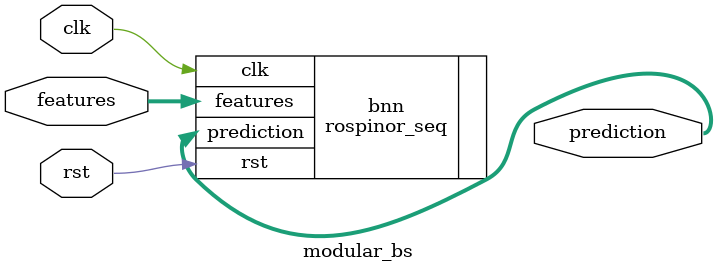
<source format=v>
`ifndef DUTNAME
`define DUTNAME modular_bs
parameter FEAT_CNT = 4;
parameter FEAT_BITS = 4;
parameter HIDDEN_CNT = 4;
parameter CLASS_CNT = 4;
`define WEIGHTS0 0
`define WEIGHTS1 0
`else
    `include `BSTRINGS
`endif
module `DUTNAME #(
`ifdef PARAMS
`include `PARAMS
`endif
  ) (
  input clk,
  input rst,
  input [FEAT_CNT*FEAT_BITS-1:0] features,
  output [$clog2(CLASS_CNT)-1:0] prediction
  );

  localparam Weights0 = `WEIGHTS0 ;
  localparam Weights1 = `WEIGHTS1 ;

  rospinor_seq #(.FEAT_CNT(FEAT_CNT),.FEAT_BITS(FEAT_BITS),.HIDDEN_CNT(HIDDEN_CNT),.CLASS_CNT(CLASS_CNT),.Weights0(Weights0),.Weights1(Weights1)) bnn (
    .clk(clk),
    .rst(rst),
    .features(features),
    .prediction(prediction)
  );

endmodule

</source>
